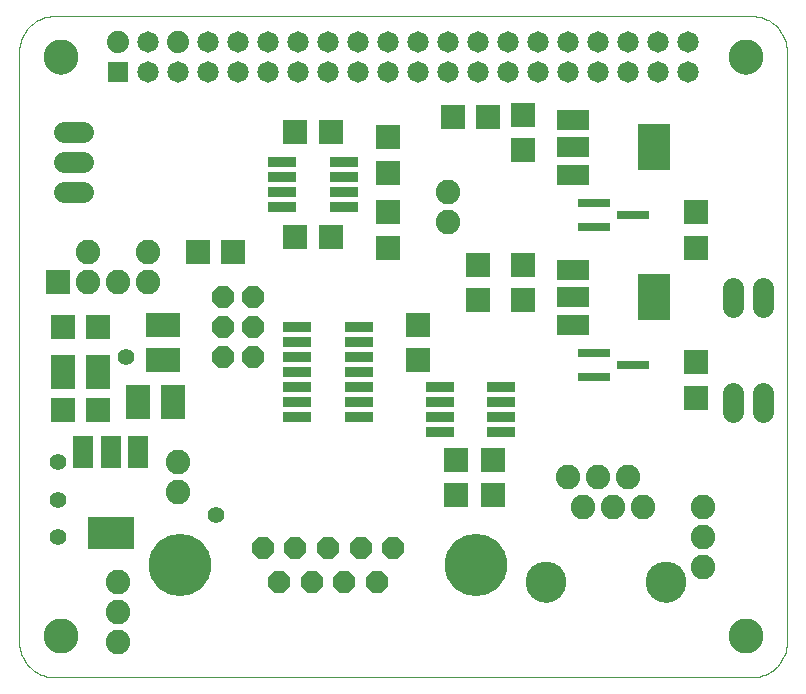
<source format=gts>
G75*
G70*
%OFA0B0*%
%FSLAX24Y24*%
%IPPOS*%
%LPD*%
%AMOC8*
5,1,8,0,0,1.08239X$1,22.5*
%
%ADD10R,0.0950X0.0320*%
%ADD11R,0.0790X0.0789*%
%ADD12R,0.0789X0.0790*%
%ADD13C,0.0000*%
%ADD14C,0.1163*%
%ADD15R,0.0714X0.0714*%
%ADD16C,0.0740*%
%ADD17C,0.0714*%
%ADD18R,0.1100X0.0300*%
%ADD19C,0.0714*%
%ADD20R,0.1080X0.0680*%
%ADD21R,0.1080X0.1530*%
%ADD22R,0.0789X0.1180*%
%ADD23OC8,0.0720*%
%ADD24R,0.0680X0.1080*%
%ADD25R,0.1530X0.1080*%
%ADD26C,0.0820*%
%ADD27C,0.1360*%
%ADD28C,0.2080*%
%ADD29R,0.0820X0.0820*%
%ADD30R,0.1180X0.0789*%
%ADD31C,0.0556*%
D10*
X011650Y011180D03*
X011650Y011680D03*
X011650Y012180D03*
X011650Y012680D03*
X011650Y013180D03*
X011650Y013680D03*
X011650Y014180D03*
X013710Y014180D03*
X013710Y013680D03*
X013710Y013180D03*
X013710Y012680D03*
X013710Y012180D03*
X013710Y011680D03*
X013710Y011180D03*
X016400Y011180D03*
X016400Y010680D03*
X016400Y011680D03*
X016400Y012180D03*
X018460Y012180D03*
X018460Y011680D03*
X018460Y011180D03*
X018460Y010680D03*
X013210Y018180D03*
X013210Y018680D03*
X013210Y019180D03*
X013210Y019680D03*
X011150Y019680D03*
X011150Y019180D03*
X011150Y018680D03*
X011150Y018180D03*
D11*
X014680Y018020D03*
X014680Y016840D03*
X015680Y014270D03*
X015680Y013090D03*
X017680Y015090D03*
X017680Y016270D03*
X019180Y016270D03*
X019180Y015090D03*
X014680Y019340D03*
X014680Y020520D03*
X019180Y020090D03*
X019180Y021270D03*
X024930Y018020D03*
X024930Y016840D03*
X024930Y013020D03*
X024930Y011840D03*
X018180Y009770D03*
X016930Y009770D03*
X016930Y008590D03*
X018180Y008590D03*
D12*
X009520Y016680D03*
X008340Y016680D03*
X011590Y017180D03*
X012770Y017180D03*
X012770Y020680D03*
X011590Y020680D03*
X016840Y021180D03*
X018020Y021180D03*
X005020Y014180D03*
X003840Y014180D03*
X003840Y011430D03*
X005020Y011430D03*
D13*
X003566Y002511D02*
X026794Y002511D01*
X026860Y002513D01*
X026926Y002518D01*
X026992Y002528D01*
X027057Y002541D01*
X027121Y002557D01*
X027184Y002577D01*
X027246Y002601D01*
X027306Y002628D01*
X027365Y002658D01*
X027422Y002692D01*
X027477Y002729D01*
X027530Y002769D01*
X027581Y002811D01*
X027629Y002857D01*
X027675Y002905D01*
X027717Y002956D01*
X027757Y003009D01*
X027794Y003064D01*
X027828Y003121D01*
X027858Y003180D01*
X027885Y003240D01*
X027909Y003302D01*
X027929Y003365D01*
X027945Y003429D01*
X027958Y003494D01*
X027968Y003560D01*
X027973Y003626D01*
X027975Y003692D01*
X027975Y023377D01*
X027973Y023443D01*
X027968Y023509D01*
X027958Y023575D01*
X027945Y023640D01*
X027929Y023704D01*
X027909Y023767D01*
X027885Y023829D01*
X027858Y023889D01*
X027828Y023948D01*
X027794Y024005D01*
X027757Y024060D01*
X027717Y024113D01*
X027675Y024164D01*
X027629Y024212D01*
X027581Y024258D01*
X027530Y024300D01*
X027477Y024340D01*
X027422Y024377D01*
X027365Y024411D01*
X027306Y024441D01*
X027246Y024468D01*
X027184Y024492D01*
X027121Y024512D01*
X027057Y024528D01*
X026992Y024541D01*
X026926Y024551D01*
X026860Y024556D01*
X026794Y024558D01*
X003566Y024558D01*
X003500Y024556D01*
X003434Y024551D01*
X003368Y024541D01*
X003303Y024528D01*
X003239Y024512D01*
X003176Y024492D01*
X003114Y024468D01*
X003054Y024441D01*
X002995Y024411D01*
X002938Y024377D01*
X002883Y024340D01*
X002830Y024300D01*
X002779Y024258D01*
X002731Y024212D01*
X002685Y024164D01*
X002643Y024113D01*
X002603Y024060D01*
X002566Y024005D01*
X002532Y023948D01*
X002502Y023889D01*
X002475Y023829D01*
X002451Y023767D01*
X002431Y023704D01*
X002415Y023640D01*
X002402Y023575D01*
X002392Y023509D01*
X002387Y023443D01*
X002385Y023377D01*
X002385Y003692D01*
X002387Y003626D01*
X002392Y003560D01*
X002402Y003494D01*
X002415Y003429D01*
X002431Y003365D01*
X002451Y003302D01*
X002475Y003240D01*
X002502Y003180D01*
X002532Y003121D01*
X002566Y003064D01*
X002603Y003009D01*
X002643Y002956D01*
X002685Y002905D01*
X002731Y002857D01*
X002779Y002811D01*
X002830Y002769D01*
X002883Y002729D01*
X002938Y002692D01*
X002995Y002658D01*
X003054Y002628D01*
X003114Y002601D01*
X003176Y002577D01*
X003239Y002557D01*
X003303Y002541D01*
X003368Y002528D01*
X003434Y002518D01*
X003500Y002513D01*
X003566Y002511D01*
X003222Y003889D02*
X003224Y003935D01*
X003230Y003980D01*
X003239Y004025D01*
X003253Y004069D01*
X003270Y004112D01*
X003291Y004153D01*
X003315Y004192D01*
X003342Y004229D01*
X003372Y004263D01*
X003406Y004295D01*
X003441Y004324D01*
X003479Y004350D01*
X003519Y004372D01*
X003561Y004391D01*
X003605Y004406D01*
X003649Y004418D01*
X003694Y004426D01*
X003740Y004430D01*
X003786Y004430D01*
X003832Y004426D01*
X003877Y004418D01*
X003921Y004406D01*
X003965Y004391D01*
X004007Y004372D01*
X004047Y004350D01*
X004085Y004324D01*
X004120Y004295D01*
X004154Y004263D01*
X004184Y004229D01*
X004211Y004192D01*
X004235Y004153D01*
X004256Y004112D01*
X004273Y004069D01*
X004287Y004025D01*
X004296Y003980D01*
X004302Y003935D01*
X004304Y003889D01*
X004302Y003843D01*
X004296Y003798D01*
X004287Y003753D01*
X004273Y003709D01*
X004256Y003666D01*
X004235Y003625D01*
X004211Y003586D01*
X004184Y003549D01*
X004154Y003515D01*
X004120Y003483D01*
X004085Y003454D01*
X004047Y003428D01*
X004007Y003406D01*
X003965Y003387D01*
X003921Y003372D01*
X003877Y003360D01*
X003832Y003352D01*
X003786Y003348D01*
X003740Y003348D01*
X003694Y003352D01*
X003649Y003360D01*
X003605Y003372D01*
X003561Y003387D01*
X003519Y003406D01*
X003479Y003428D01*
X003441Y003454D01*
X003406Y003483D01*
X003372Y003515D01*
X003342Y003549D01*
X003315Y003586D01*
X003291Y003625D01*
X003270Y003666D01*
X003253Y003709D01*
X003239Y003753D01*
X003230Y003798D01*
X003224Y003843D01*
X003222Y003889D01*
X019290Y005680D02*
X019292Y005730D01*
X019298Y005780D01*
X019308Y005829D01*
X019321Y005878D01*
X019339Y005925D01*
X019360Y005971D01*
X019384Y006014D01*
X019412Y006056D01*
X019443Y006096D01*
X019477Y006133D01*
X019514Y006167D01*
X019554Y006198D01*
X019596Y006226D01*
X019639Y006250D01*
X019685Y006271D01*
X019732Y006289D01*
X019781Y006302D01*
X019830Y006312D01*
X019880Y006318D01*
X019930Y006320D01*
X019980Y006318D01*
X020030Y006312D01*
X020079Y006302D01*
X020128Y006289D01*
X020175Y006271D01*
X020221Y006250D01*
X020264Y006226D01*
X020306Y006198D01*
X020346Y006167D01*
X020383Y006133D01*
X020417Y006096D01*
X020448Y006056D01*
X020476Y006014D01*
X020500Y005971D01*
X020521Y005925D01*
X020539Y005878D01*
X020552Y005829D01*
X020562Y005780D01*
X020568Y005730D01*
X020570Y005680D01*
X020568Y005630D01*
X020562Y005580D01*
X020552Y005531D01*
X020539Y005482D01*
X020521Y005435D01*
X020500Y005389D01*
X020476Y005346D01*
X020448Y005304D01*
X020417Y005264D01*
X020383Y005227D01*
X020346Y005193D01*
X020306Y005162D01*
X020264Y005134D01*
X020221Y005110D01*
X020175Y005089D01*
X020128Y005071D01*
X020079Y005058D01*
X020030Y005048D01*
X019980Y005042D01*
X019930Y005040D01*
X019880Y005042D01*
X019830Y005048D01*
X019781Y005058D01*
X019732Y005071D01*
X019685Y005089D01*
X019639Y005110D01*
X019596Y005134D01*
X019554Y005162D01*
X019514Y005193D01*
X019477Y005227D01*
X019443Y005264D01*
X019412Y005304D01*
X019384Y005346D01*
X019360Y005389D01*
X019339Y005435D01*
X019321Y005482D01*
X019308Y005531D01*
X019298Y005580D01*
X019292Y005630D01*
X019290Y005680D01*
X023290Y005680D02*
X023292Y005730D01*
X023298Y005780D01*
X023308Y005829D01*
X023321Y005878D01*
X023339Y005925D01*
X023360Y005971D01*
X023384Y006014D01*
X023412Y006056D01*
X023443Y006096D01*
X023477Y006133D01*
X023514Y006167D01*
X023554Y006198D01*
X023596Y006226D01*
X023639Y006250D01*
X023685Y006271D01*
X023732Y006289D01*
X023781Y006302D01*
X023830Y006312D01*
X023880Y006318D01*
X023930Y006320D01*
X023980Y006318D01*
X024030Y006312D01*
X024079Y006302D01*
X024128Y006289D01*
X024175Y006271D01*
X024221Y006250D01*
X024264Y006226D01*
X024306Y006198D01*
X024346Y006167D01*
X024383Y006133D01*
X024417Y006096D01*
X024448Y006056D01*
X024476Y006014D01*
X024500Y005971D01*
X024521Y005925D01*
X024539Y005878D01*
X024552Y005829D01*
X024562Y005780D01*
X024568Y005730D01*
X024570Y005680D01*
X024568Y005630D01*
X024562Y005580D01*
X024552Y005531D01*
X024539Y005482D01*
X024521Y005435D01*
X024500Y005389D01*
X024476Y005346D01*
X024448Y005304D01*
X024417Y005264D01*
X024383Y005227D01*
X024346Y005193D01*
X024306Y005162D01*
X024264Y005134D01*
X024221Y005110D01*
X024175Y005089D01*
X024128Y005071D01*
X024079Y005058D01*
X024030Y005048D01*
X023980Y005042D01*
X023930Y005040D01*
X023880Y005042D01*
X023830Y005048D01*
X023781Y005058D01*
X023732Y005071D01*
X023685Y005089D01*
X023639Y005110D01*
X023596Y005134D01*
X023554Y005162D01*
X023514Y005193D01*
X023477Y005227D01*
X023443Y005264D01*
X023412Y005304D01*
X023384Y005346D01*
X023360Y005389D01*
X023339Y005435D01*
X023321Y005482D01*
X023308Y005531D01*
X023298Y005580D01*
X023292Y005630D01*
X023290Y005680D01*
X026056Y003889D02*
X026058Y003935D01*
X026064Y003980D01*
X026073Y004025D01*
X026087Y004069D01*
X026104Y004112D01*
X026125Y004153D01*
X026149Y004192D01*
X026176Y004229D01*
X026206Y004263D01*
X026240Y004295D01*
X026275Y004324D01*
X026313Y004350D01*
X026353Y004372D01*
X026395Y004391D01*
X026439Y004406D01*
X026483Y004418D01*
X026528Y004426D01*
X026574Y004430D01*
X026620Y004430D01*
X026666Y004426D01*
X026711Y004418D01*
X026755Y004406D01*
X026799Y004391D01*
X026841Y004372D01*
X026881Y004350D01*
X026919Y004324D01*
X026954Y004295D01*
X026988Y004263D01*
X027018Y004229D01*
X027045Y004192D01*
X027069Y004153D01*
X027090Y004112D01*
X027107Y004069D01*
X027121Y004025D01*
X027130Y003980D01*
X027136Y003935D01*
X027138Y003889D01*
X027136Y003843D01*
X027130Y003798D01*
X027121Y003753D01*
X027107Y003709D01*
X027090Y003666D01*
X027069Y003625D01*
X027045Y003586D01*
X027018Y003549D01*
X026988Y003515D01*
X026954Y003483D01*
X026919Y003454D01*
X026881Y003428D01*
X026841Y003406D01*
X026799Y003387D01*
X026755Y003372D01*
X026711Y003360D01*
X026666Y003352D01*
X026620Y003348D01*
X026574Y003348D01*
X026528Y003352D01*
X026483Y003360D01*
X026439Y003372D01*
X026395Y003387D01*
X026353Y003406D01*
X026313Y003428D01*
X026275Y003454D01*
X026240Y003483D01*
X026206Y003515D01*
X026176Y003549D01*
X026149Y003586D01*
X026125Y003625D01*
X026104Y003666D01*
X026087Y003709D01*
X026073Y003753D01*
X026064Y003798D01*
X026058Y003843D01*
X026056Y003889D01*
X026056Y023180D02*
X026058Y023226D01*
X026064Y023271D01*
X026073Y023316D01*
X026087Y023360D01*
X026104Y023403D01*
X026125Y023444D01*
X026149Y023483D01*
X026176Y023520D01*
X026206Y023554D01*
X026240Y023586D01*
X026275Y023615D01*
X026313Y023641D01*
X026353Y023663D01*
X026395Y023682D01*
X026439Y023697D01*
X026483Y023709D01*
X026528Y023717D01*
X026574Y023721D01*
X026620Y023721D01*
X026666Y023717D01*
X026711Y023709D01*
X026755Y023697D01*
X026799Y023682D01*
X026841Y023663D01*
X026881Y023641D01*
X026919Y023615D01*
X026954Y023586D01*
X026988Y023554D01*
X027018Y023520D01*
X027045Y023483D01*
X027069Y023444D01*
X027090Y023403D01*
X027107Y023360D01*
X027121Y023316D01*
X027130Y023271D01*
X027136Y023226D01*
X027138Y023180D01*
X027136Y023134D01*
X027130Y023089D01*
X027121Y023044D01*
X027107Y023000D01*
X027090Y022957D01*
X027069Y022916D01*
X027045Y022877D01*
X027018Y022840D01*
X026988Y022806D01*
X026954Y022774D01*
X026919Y022745D01*
X026881Y022719D01*
X026841Y022697D01*
X026799Y022678D01*
X026755Y022663D01*
X026711Y022651D01*
X026666Y022643D01*
X026620Y022639D01*
X026574Y022639D01*
X026528Y022643D01*
X026483Y022651D01*
X026439Y022663D01*
X026395Y022678D01*
X026353Y022697D01*
X026313Y022719D01*
X026275Y022745D01*
X026240Y022774D01*
X026206Y022806D01*
X026176Y022840D01*
X026149Y022877D01*
X026125Y022916D01*
X026104Y022957D01*
X026087Y023000D01*
X026073Y023044D01*
X026064Y023089D01*
X026058Y023134D01*
X026056Y023180D01*
X003222Y023180D02*
X003224Y023226D01*
X003230Y023271D01*
X003239Y023316D01*
X003253Y023360D01*
X003270Y023403D01*
X003291Y023444D01*
X003315Y023483D01*
X003342Y023520D01*
X003372Y023554D01*
X003406Y023586D01*
X003441Y023615D01*
X003479Y023641D01*
X003519Y023663D01*
X003561Y023682D01*
X003605Y023697D01*
X003649Y023709D01*
X003694Y023717D01*
X003740Y023721D01*
X003786Y023721D01*
X003832Y023717D01*
X003877Y023709D01*
X003921Y023697D01*
X003965Y023682D01*
X004007Y023663D01*
X004047Y023641D01*
X004085Y023615D01*
X004120Y023586D01*
X004154Y023554D01*
X004184Y023520D01*
X004211Y023483D01*
X004235Y023444D01*
X004256Y023403D01*
X004273Y023360D01*
X004287Y023316D01*
X004296Y023271D01*
X004302Y023226D01*
X004304Y023180D01*
X004302Y023134D01*
X004296Y023089D01*
X004287Y023044D01*
X004273Y023000D01*
X004256Y022957D01*
X004235Y022916D01*
X004211Y022877D01*
X004184Y022840D01*
X004154Y022806D01*
X004120Y022774D01*
X004085Y022745D01*
X004047Y022719D01*
X004007Y022697D01*
X003965Y022678D01*
X003921Y022663D01*
X003877Y022651D01*
X003832Y022643D01*
X003786Y022639D01*
X003740Y022639D01*
X003694Y022643D01*
X003649Y022651D01*
X003605Y022663D01*
X003561Y022678D01*
X003519Y022697D01*
X003479Y022719D01*
X003441Y022745D01*
X003406Y022774D01*
X003372Y022806D01*
X003342Y022840D01*
X003315Y022877D01*
X003291Y022916D01*
X003270Y022957D01*
X003253Y023000D01*
X003239Y023044D01*
X003230Y023089D01*
X003224Y023134D01*
X003222Y023180D01*
D14*
X003763Y023180D03*
X003763Y003889D03*
X026597Y003889D03*
X026597Y023180D03*
D15*
X005680Y022680D03*
D16*
X005680Y023680D03*
X007680Y023680D03*
D17*
X007680Y022680D03*
X006680Y022680D03*
X006680Y023680D03*
X008680Y023680D03*
X008680Y022680D03*
X009680Y022680D03*
X009680Y023680D03*
X010680Y023680D03*
X010680Y022680D03*
X011680Y022680D03*
X011680Y023680D03*
X012680Y023680D03*
X012680Y022680D03*
X013680Y022680D03*
X013680Y023680D03*
X014680Y023680D03*
X014680Y022680D03*
X015680Y022680D03*
X015680Y023680D03*
X016680Y023680D03*
X016680Y022680D03*
X017680Y022680D03*
X017680Y023680D03*
X018680Y023680D03*
X018680Y022680D03*
X019680Y022680D03*
X019680Y023680D03*
X020680Y023680D03*
X020680Y022680D03*
X021680Y022680D03*
X021680Y023680D03*
X022680Y023680D03*
X022680Y022680D03*
X023680Y022680D03*
X023680Y023680D03*
X024680Y023680D03*
X024680Y022680D03*
D18*
X021530Y018330D03*
X021530Y017530D03*
X022830Y017930D03*
X021530Y013330D03*
X021530Y012530D03*
X022830Y012930D03*
D19*
X026180Y011997D02*
X026180Y011363D01*
X027180Y011363D02*
X027180Y011997D01*
X027180Y014863D02*
X027180Y015497D01*
X026180Y015497D02*
X026180Y014863D01*
X004497Y018680D02*
X003863Y018680D01*
X003863Y019680D02*
X004497Y019680D01*
X004497Y020680D02*
X003863Y020680D01*
D20*
X020830Y021086D03*
X020830Y020180D03*
X020830Y019274D03*
X020830Y016086D03*
X020830Y015180D03*
X020830Y014274D03*
D21*
X023530Y015180D03*
X023530Y020180D03*
D22*
X007520Y011680D03*
X006340Y011680D03*
X005020Y012680D03*
X003840Y012680D03*
D23*
X009180Y013180D03*
X009180Y014180D03*
X010180Y014180D03*
X010180Y013180D03*
X010180Y015180D03*
X009180Y015180D03*
X010499Y006820D03*
X011589Y006820D03*
X012680Y006820D03*
X013771Y006820D03*
X014861Y006820D03*
X014316Y005702D03*
X013225Y005702D03*
X012135Y005702D03*
X011044Y005702D03*
D24*
X006336Y010030D03*
X005430Y010030D03*
X004524Y010030D03*
D25*
X005430Y007330D03*
D26*
X005680Y005680D03*
X005680Y004680D03*
X005680Y003680D03*
X007680Y008680D03*
X007680Y009680D03*
X006680Y015680D03*
X006680Y016680D03*
X005680Y015680D03*
X004680Y015680D03*
X004680Y016680D03*
X016680Y017680D03*
X016680Y018680D03*
X020680Y009180D03*
X021680Y009180D03*
X022680Y009180D03*
X022180Y008180D03*
X023180Y008180D03*
X025180Y008180D03*
X025180Y007180D03*
X025180Y006180D03*
X021180Y008180D03*
D27*
X019930Y005680D03*
X023930Y005680D03*
D28*
X017599Y006261D03*
X007761Y006261D03*
D29*
X003680Y015680D03*
D30*
X007180Y014270D03*
X007180Y013090D03*
D31*
X005930Y013180D03*
X003680Y009680D03*
X003680Y008430D03*
X003680Y007180D03*
X008930Y007930D03*
M02*

</source>
